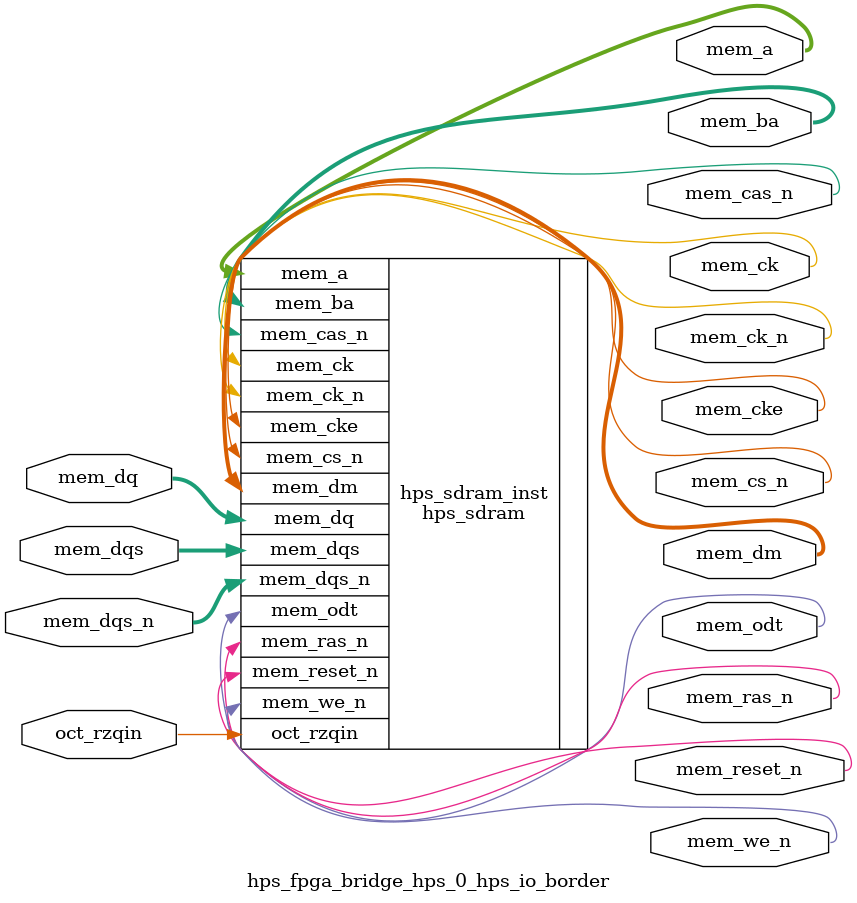
<source format=sv>


module hps_fpga_bridge_hps_0_hps_io_border(
// memory
  output wire [15 - 1 : 0 ] mem_a
 ,output wire [3 - 1 : 0 ] mem_ba
 ,output wire [1 - 1 : 0 ] mem_ck
 ,output wire [1 - 1 : 0 ] mem_ck_n
 ,output wire [1 - 1 : 0 ] mem_cke
 ,output wire [1 - 1 : 0 ] mem_cs_n
 ,output wire [1 - 1 : 0 ] mem_ras_n
 ,output wire [1 - 1 : 0 ] mem_cas_n
 ,output wire [1 - 1 : 0 ] mem_we_n
 ,output wire [1 - 1 : 0 ] mem_reset_n
 ,inout wire [32 - 1 : 0 ] mem_dq
 ,inout wire [4 - 1 : 0 ] mem_dqs
 ,inout wire [4 - 1 : 0 ] mem_dqs_n
 ,output wire [1 - 1 : 0 ] mem_odt
 ,output wire [4 - 1 : 0 ] mem_dm
 ,input wire [1 - 1 : 0 ] oct_rzqin
);


hps_sdram hps_sdram_inst(
 .mem_dq({
    mem_dq[31:0] // 31:0
  })
,.mem_odt({
    mem_odt[0:0] // 0:0
  })
,.mem_ras_n({
    mem_ras_n[0:0] // 0:0
  })
,.mem_dqs_n({
    mem_dqs_n[3:0] // 3:0
  })
,.mem_dqs({
    mem_dqs[3:0] // 3:0
  })
,.mem_dm({
    mem_dm[3:0] // 3:0
  })
,.mem_we_n({
    mem_we_n[0:0] // 0:0
  })
,.mem_cas_n({
    mem_cas_n[0:0] // 0:0
  })
,.mem_ba({
    mem_ba[2:0] // 2:0
  })
,.mem_a({
    mem_a[14:0] // 14:0
  })
,.mem_cs_n({
    mem_cs_n[0:0] // 0:0
  })
,.mem_ck({
    mem_ck[0:0] // 0:0
  })
,.mem_cke({
    mem_cke[0:0] // 0:0
  })
,.oct_rzqin({
    oct_rzqin[0:0] // 0:0
  })
,.mem_reset_n({
    mem_reset_n[0:0] // 0:0
  })
,.mem_ck_n({
    mem_ck_n[0:0] // 0:0
  })
);

endmodule


</source>
